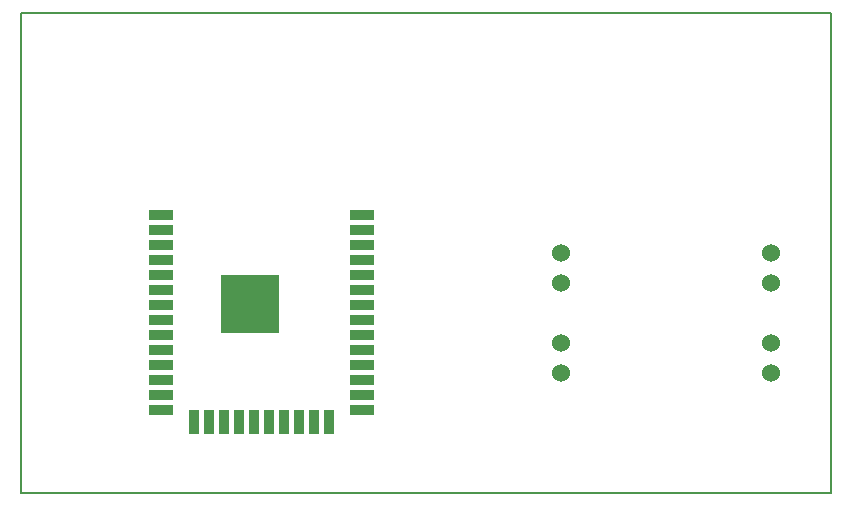
<source format=gbr>
%TF.GenerationSoftware,KiCad,Pcbnew,(6.0.5-0)*%
%TF.CreationDate,2022-06-13T21:57:41-05:00*%
%TF.ProjectId,ESP32,45535033-322e-46b6-9963-61645f706362,rev?*%
%TF.SameCoordinates,Original*%
%TF.FileFunction,Copper,L1,Top*%
%TF.FilePolarity,Positive*%
%FSLAX46Y46*%
G04 Gerber Fmt 4.6, Leading zero omitted, Abs format (unit mm)*
G04 Created by KiCad (PCBNEW (6.0.5-0)) date 2022-06-13 21:57:41*
%MOMM*%
%LPD*%
G01*
G04 APERTURE LIST*
%TA.AperFunction,NonConductor*%
%ADD10C,0.200000*%
%TD*%
%TA.AperFunction,ComponentPad*%
%ADD11C,1.524000*%
%TD*%
%TA.AperFunction,SMDPad,CuDef*%
%ADD12R,2.000000X0.900000*%
%TD*%
%TA.AperFunction,SMDPad,CuDef*%
%ADD13R,0.900000X2.000000*%
%TD*%
%TA.AperFunction,SMDPad,CuDef*%
%ADD14R,5.000000X5.000000*%
%TD*%
G04 APERTURE END LIST*
D10*
X121920000Y-88900000D02*
X190500000Y-88900000D01*
X190500000Y-88900000D02*
X190500000Y-129540000D01*
X190500000Y-129540000D02*
X121920000Y-129540000D01*
X121920000Y-129540000D02*
X121920000Y-88900000D01*
D11*
%TO.P,U2,4,5v-*%
%TO.N,Net-(U1-Pad1)*%
X185420000Y-116840000D03*
X185420000Y-119380000D03*
%TO.P,U2,3,5v*%
%TO.N,Net-(U1-Pad2)*%
X185420000Y-111760000D03*
X185420000Y-109220000D03*
%TO.P,U2,2,IN-*%
%TO.N,unconnected-(U2-Pad2)*%
X167640000Y-116840000D03*
X167640000Y-119380000D03*
%TO.P,U2,1,IN+*%
%TO.N,unconnected-(U2-Pad1)*%
X167640000Y-111760000D03*
X167640000Y-109220000D03*
%TD*%
D12*
%TO.P,U1,1,GND*%
%TO.N,Net-(U1-Pad1)*%
X133740000Y-106045000D03*
%TO.P,U1,2,VDD*%
%TO.N,Net-(U1-Pad2)*%
X133740000Y-107315000D03*
%TO.P,U1,3,EN*%
%TO.N,unconnected-(U1-Pad3)*%
X133740000Y-108585000D03*
%TO.P,U1,4,SENSOR_VP*%
%TO.N,unconnected-(U1-Pad4)*%
X133740000Y-109855000D03*
%TO.P,U1,5,SENSOR_VN*%
%TO.N,unconnected-(U1-Pad5)*%
X133740000Y-111125000D03*
%TO.P,U1,6,IO34*%
%TO.N,unconnected-(U1-Pad6)*%
X133740000Y-112395000D03*
%TO.P,U1,7,IO35*%
%TO.N,unconnected-(U1-Pad7)*%
X133740000Y-113665000D03*
%TO.P,U1,8,IO32*%
%TO.N,unconnected-(U1-Pad8)*%
X133740000Y-114935000D03*
%TO.P,U1,9,IO33*%
%TO.N,unconnected-(U1-Pad9)*%
X133740000Y-116205000D03*
%TO.P,U1,10,IO25*%
%TO.N,unconnected-(U1-Pad10)*%
X133740000Y-117475000D03*
%TO.P,U1,11,IO26*%
%TO.N,Net-(R1-Pad1)*%
X133740000Y-118745000D03*
%TO.P,U1,12,IO27*%
%TO.N,unconnected-(U1-Pad12)*%
X133740000Y-120015000D03*
%TO.P,U1,13,IO14*%
%TO.N,unconnected-(U1-Pad13)*%
X133740000Y-121285000D03*
%TO.P,U1,14,IO12*%
%TO.N,unconnected-(U1-Pad14)*%
X133740000Y-122555000D03*
D13*
%TO.P,U1,15,GND*%
%TO.N,Net-(U1-Pad1)*%
X136525000Y-123555000D03*
%TO.P,U1,16,IO13*%
%TO.N,unconnected-(U1-Pad16)*%
X137795000Y-123555000D03*
%TO.P,U1,17,SHD/SD2*%
%TO.N,unconnected-(U1-Pad17)*%
X139065000Y-123555000D03*
%TO.P,U1,18,SWP/SD3*%
%TO.N,unconnected-(U1-Pad18)*%
X140335000Y-123555000D03*
%TO.P,U1,19,SCS/CMD*%
%TO.N,unconnected-(U1-Pad19)*%
X141605000Y-123555000D03*
%TO.P,U1,20,SCK/CLK*%
%TO.N,unconnected-(U1-Pad20)*%
X142875000Y-123555000D03*
%TO.P,U1,21,SDO/SD0*%
%TO.N,unconnected-(U1-Pad21)*%
X144145000Y-123555000D03*
%TO.P,U1,22,SDI/SD1*%
%TO.N,unconnected-(U1-Pad22)*%
X145415000Y-123555000D03*
%TO.P,U1,23,IO15*%
%TO.N,unconnected-(U1-Pad23)*%
X146685000Y-123555000D03*
%TO.P,U1,24,IO2*%
%TO.N,unconnected-(U1-Pad24)*%
X147955000Y-123555000D03*
D12*
%TO.P,U1,25,IO0*%
%TO.N,unconnected-(U1-Pad25)*%
X150740000Y-122555000D03*
%TO.P,U1,26,IO4*%
%TO.N,unconnected-(U1-Pad26)*%
X150740000Y-121285000D03*
%TO.P,U1,27,IO16*%
%TO.N,unconnected-(U1-Pad27)*%
X150740000Y-120015000D03*
%TO.P,U1,28,IO17*%
%TO.N,unconnected-(U1-Pad28)*%
X150740000Y-118745000D03*
%TO.P,U1,29,IO5*%
%TO.N,unconnected-(U1-Pad29)*%
X150740000Y-117475000D03*
%TO.P,U1,30,IO18*%
%TO.N,unconnected-(U1-Pad30)*%
X150740000Y-116205000D03*
%TO.P,U1,31,IO19*%
%TO.N,unconnected-(U1-Pad31)*%
X150740000Y-114935000D03*
%TO.P,U1,32,NC*%
%TO.N,unconnected-(U1-Pad32)*%
X150740000Y-113665000D03*
%TO.P,U1,33,IO21*%
%TO.N,unconnected-(U1-Pad33)*%
X150740000Y-112395000D03*
%TO.P,U1,34,RXD0/IO3*%
%TO.N,unconnected-(U1-Pad34)*%
X150740000Y-111125000D03*
%TO.P,U1,35,TXD0/IO1*%
%TO.N,unconnected-(U1-Pad35)*%
X150740000Y-109855000D03*
%TO.P,U1,36,IO22*%
%TO.N,unconnected-(U1-Pad36)*%
X150740000Y-108585000D03*
%TO.P,U1,37,IO23*%
%TO.N,unconnected-(U1-Pad37)*%
X150740000Y-107315000D03*
%TO.P,U1,38,GND*%
%TO.N,Net-(U1-Pad1)*%
X150740000Y-106045000D03*
D14*
%TO.P,U1,39,GND*%
X141240000Y-113545000D03*
%TD*%
M02*

</source>
